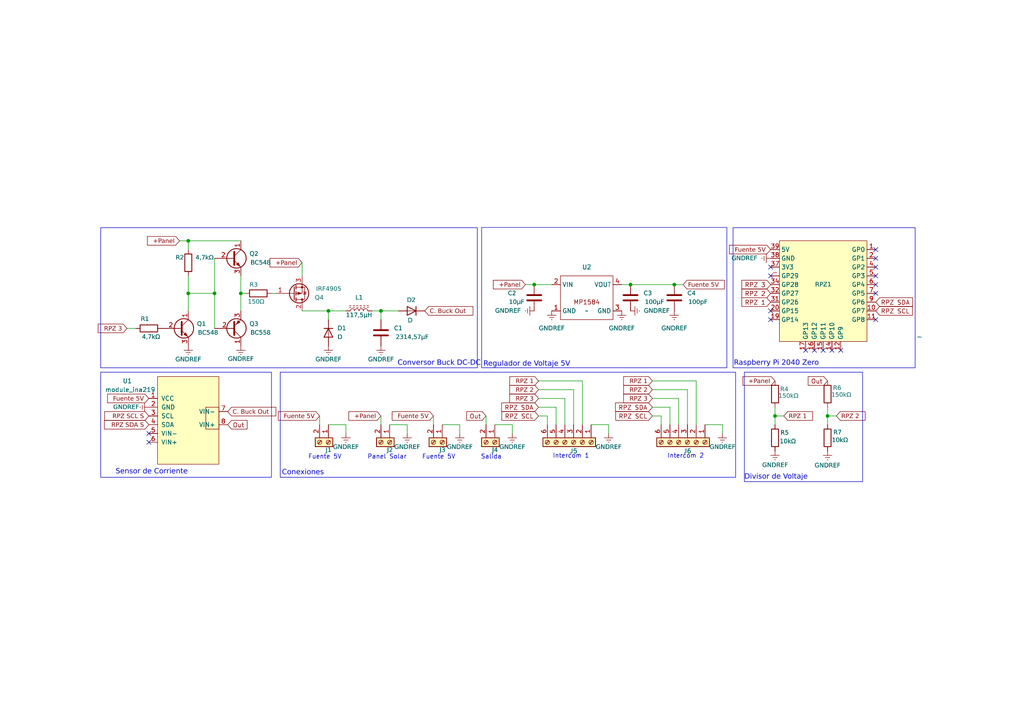
<source format=kicad_sch>
(kicad_sch (version 20231120) (generator "eeschema") (generator_version "8.0")
  (paper "A4")
  (title_block (title "MPPT") (date "05-10-2024") (company "IMPA - GraviCap"))
  (lib_symbols
    (symbol "Connector:Screw_Terminal_01x02" (pin_names (offset 1.016) hide)
      (property "Reference" "J" (at 0 2.54 0))
      (property "Value" "Screw_Terminal_01x02" (at 0 -5.08 0))
      (symbol "Screw_Terminal_01x02_1_1"
        (rectangle (start -1.27 1.27) (end 1.27 -3.81) (stroke (width 0.254)) (fill (type background)))
        (circle (center 0 -2.54) (radius 0.635) (stroke (width 0.1524)))
        (polyline (pts (xy -0.5334 -2.2098) (xy 0.3302 -3.048)) (stroke (width 0.1524)))
        (polyline (pts (xy -0.5334 0.3302) (xy 0.3302 -0.508)) (stroke (width 0.1524)))
        (polyline (pts (xy -0.3556 -2.032) (xy 0.508 -2.8702)) (stroke (width 0.1524)))
        (polyline (pts (xy -0.3556 0.508) (xy 0.508 -0.3302)) (stroke (width 0.1524)))
        (circle (center 0 0) (radius 0.635) (stroke (width 0.1524)))
        (pin passive line (at -5.08 0 0) (length 3.81) (name "Pin_1") (number "1"))
        (pin passive line (at -5.08 -2.54 0) (length 3.81) (name "Pin_2") (number "2"))
      )
    )
    (symbol "Connector:Screw_Terminal_01x06" (pin_names (offset 1.016) hide)
      (property "Reference" "J" (at 0 7.62 0))
      (property "Value" "Screw_Terminal_01x06" (at 0 -10.16 0))
      (symbol "Screw_Terminal_01x06_1_1"
        (rectangle (start -1.27 6.35) (end 1.27 -8.89) (stroke (width 0.254)) (fill (type background)))
        (circle (center 0 -7.62) (radius 0.635) (stroke (width 0.1524)))
        (circle (center 0 -5.08) (radius 0.635) (stroke (width 0.1524)))
        (circle (center 0 -2.54) (radius 0.635) (stroke (width 0.1524)))
        (polyline (pts (xy -0.5334 -7.2898) (xy 0.3302 -8.128)) (stroke (width 0.1524)))
        (polyline (pts (xy -0.5334 -4.7498) (xy 0.3302 -5.588)) (stroke (width 0.1524)))
        (polyline (pts (xy -0.5334 -2.2098) (xy 0.3302 -3.048)) (stroke (width 0.1524)))
        (polyline (pts (xy -0.5334 0.3302) (xy 0.3302 -0.508)) (stroke (width 0.1524)))
        (polyline (pts (xy -0.5334 2.8702) (xy 0.3302 2.032)) (stroke (width 0.1524)))
        (polyline (pts (xy -0.5334 5.4102) (xy 0.3302 4.572)) (stroke (width 0.1524)))
        (polyline (pts (xy -0.3556 -7.112) (xy 0.508 -7.9502)) (stroke (width 0.1524)))
        (polyline (pts (xy -0.3556 -4.572) (xy 0.508 -5.4102)) (stroke (width 0.1524)))
        (polyline (pts (xy -0.3556 -2.032) (xy 0.508 -2.8702)) (stroke (width 0.1524)))
        (polyline (pts (xy -0.3556 0.508) (xy 0.508 -0.3302)) (stroke (width 0.1524)))
        (polyline (pts (xy -0.3556 3.048) (xy 0.508 2.2098)) (stroke (width 0.1524)))
        (polyline (pts (xy -0.3556 5.588) (xy 0.508 4.7498)) (stroke (width 0.1524)))
        (circle (center 0 0) (radius 0.635) (stroke (width 0.1524)))
        (circle (center 0 2.54) (radius 0.635) (stroke (width 0.1524)))
        (circle (center 0 5.08) (radius 0.635) (stroke (width 0.1524)))
        (pin passive line (at -5.08 5.08 0) (length 3.81) (name "Pin_1") (number "1"))
        (pin passive line (at -5.08 2.54 0) (length 3.81) (name "Pin_2") (number "2"))
        (pin passive line (at -5.08 0 0) (length 3.81) (name "Pin_3") (number "3"))
        (pin passive line (at -5.08 -2.54 0) (length 3.81) (name "Pin_4") (number "4"))
        (pin passive line (at -5.08 -5.08 0) (length 3.81) (name "Pin_5") (number "5"))
        (pin passive line (at -5.08 -7.62 0) (length 3.81) (name "Pin_6") (number "6"))
      )
    )
    (symbol "Device:C" (pin_numbers hide) (pin_names (offset 0.254))
      (property "Reference" "C" (at 0.635 2.54 0))
      (property "Value" "C" (at 0.635 -2.54 0))
      (symbol "C_0_1"
        (polyline (pts (xy -2.032 -0.762) (xy 2.032 -0.762)) (stroke (width 0.508)))
        (polyline (pts (xy -2.032 0.762) (xy 2.032 0.762)) (stroke (width 0.508)))
      )
      (symbol "C_1_1"
        (pin passive line (at 0 3.81 270) (length 2.794) (name "~") (number "1"))
        (pin passive line (at 0 -3.81 90) (length 2.794) (name "~") (number "2"))
      )
    )
    (symbol "Device:D" (pin_numbers hide) (pin_names (offset 1.016) hide)
      (property "Reference" "D" (at 0 2.54 0))
      (property "Value" "D" (at 0 -2.54 0))
      (symbol "D_0_1"
        (polyline (pts (xy -1.27 1.27) (xy -1.27 -1.27)) (stroke (width 0.254)))
        (polyline (pts (xy 1.27 0) (xy -1.27 0)))
        (polyline (pts (xy 1.27 1.27) (xy 1.27 -1.27) (xy -1.27 0) (xy 1.27 1.27)) (stroke (width 0.254)))
      )
      (symbol "D_1_1"
        (pin passive line (at -3.81 0 0) (length 2.54) (name "K") (number "1"))
        (pin passive line (at 3.81 0 180) (length 2.54) (name "A") (number "2"))
      )
    )
    (symbol "Device:L_Ferrite" (pin_numbers hide) (pin_names (offset 1.016) hide)
      (property "Reference" "L" (at -1.27 0 90))
      (property "Value" "L_Ferrite" (at 2.794 0 90))
      (symbol "L_Ferrite_0_1"
        (arc (start 0 -2.54) (mid 0.6323 -1.905) (end 0 -1.27))
        (arc (start 0 -1.27) (mid 0.6323 -0.635) (end 0 0))
        (polyline (pts (xy 1.016 -2.794) (xy 1.016 -2.286)))
        (polyline (pts (xy 1.016 -1.778) (xy 1.016 -1.27)))
        (polyline (pts (xy 1.016 -0.762) (xy 1.016 -0.254)))
        (polyline (pts (xy 1.016 0.254) (xy 1.016 0.762)))
        (polyline (pts (xy 1.016 1.27) (xy 1.016 1.778)))
        (polyline (pts (xy 1.016 2.286) (xy 1.016 2.794)))
        (polyline (pts (xy 1.524 -2.286) (xy 1.524 -2.794)))
        (polyline (pts (xy 1.524 -1.27) (xy 1.524 -1.778)))
        (polyline (pts (xy 1.524 -0.254) (xy 1.524 -0.762)))
        (polyline (pts (xy 1.524 0.762) (xy 1.524 0.254)))
        (polyline (pts (xy 1.524 1.778) (xy 1.524 1.27)))
        (polyline (pts (xy 1.524 2.794) (xy 1.524 2.286)))
        (arc (start 0 0) (mid 0.6323 0.635) (end 0 1.27))
        (arc (start 0 1.27) (mid 0.6323 1.905) (end 0 2.54))
      )
      (symbol "L_Ferrite_1_1"
        (pin passive line (at 0 3.81 270) (length 1.27) (name "1") (number "1"))
        (pin passive line (at 0 -3.81 90) (length 1.27) (name "2") (number "2"))
      )
    )
    (symbol "Device:R" (pin_numbers hide) (pin_names (offset 0))
      (property "Reference" "R" (at 2.032 0 90))
      (property "Value" "R" (at 0 0 90))
      (symbol "R_0_1"
        (rectangle (start -1.016 -2.54) (end 1.016 2.54) (stroke (width 0.254)))
      )
      (symbol "R_1_1"
        (pin passive line (at 0 3.81 270) (length 1.27) (name "~") (number "1"))
        (pin passive line (at 0 -3.81 90) (length 1.27) (name "~") (number "2"))
      )
    )
    (symbol "Modulos Varios:module_ina219" (pin_names (offset 1.016))
      (property "Reference" "U3" (at -7.62 10.16 0))
      (property "Value" "module_ina219" (at -12.7 7.62 0))
      (symbol "module_ina219_0_1"
        (rectangle (start 2.54 11.43) (end 20.32 -13.97) (fill (type background)))
        (rectangle (start 20.32 2.54) (end 16.51 -3.81))
      )
      (symbol "module_ina219_1_1"
        (pin input line (at 0 5.08 0) (length 2.54) (name "VCC") (number "1"))
        (pin input line (at 0 2.54 0) (length 2.54) (name "GND") (number "2"))
        (pin input line (at 0 0 0) (length 2.54) (name "SCL") (number "3"))
        (pin input line (at 0 -2.54 0) (length 2.54) (name "SDA") (number "4"))
        (pin input line (at 0 -5.08 0) (length 2.54) (name "VIN-") (number "5"))
        (pin input line (at 0 -7.62 0) (length 2.54) (name "VIN+") (number "6"))
        (pin input line (at 22.86 1.27 180) (length 2.54) (name "VIN-") (number "7"))
        (pin input line (at 22.86 -2.54 180) (length 2.54) (name "VIN+") (number "8"))
      )
    )
    (symbol "Raspberry Pico RP2040-Zero:MP1584"
      (property "Reference" "U1" (at 0 12.7 0))
      (property "Value" "~" (at 0 0 0))
      (symbol "MP1584_0_1"
        (rectangle (start -7.62 10.16) (end 7.62 -2.54))
      )
      (symbol "MP1584_1_1"
        (text "MP1584\n" (at 0 2.54 0) (effects (font (size 1.27 1.27))))
        (pin input line (at -10.16 0 0) (length 2.54) (name "GND") (number "1"))
        (pin input line (at -10.16 7.62 0) (length 2.54) (name "VIN") (number "2"))
        (pin output line (at 10.16 0 180) (length 2.54) (name "GND") (number "3"))
        (pin output line (at 10.16 7.62 180) (length 2.54) (name "VOUT") (number "4"))
      )
    )
    (symbol "Raspberry Pico RP2040-Zero:RP2040-Zero"
      (property "Reference" "RPZ1" (at 0 2.54 0))
      (property "Value" "~" (at 27.94 -12.7 0))
      (symbol "RP2040-Zero_0_1"
        (rectangle (start -12.7 15.24) (end 12.7 -13.97) (fill (type background)))
      )
      (symbol "RP2040-Zero_1_1"
        (pin bidirectional line (at -15.24 5.08 0) (length 2.54) (name "GP29") (number "-"))
        (pin bidirectional line (at 15.24 12.7 180) (length 2.54) (name "GP0") (number "1"))
        (pin bidirectional line (at 15.24 -5.08 180) (length 2.54) (name "GP7") (number "10"))
        (pin bidirectional line (at 15.24 -7.62 180) (length 2.54) (name "GP8") (number "11"))
        (pin bidirectional line (at 5.08 -16.51 90) (length 2.54) (name "GP9") (number "12"))
        (pin bidirectional line (at 2.54 -16.51 90) (length 2.54) (name "GP10") (number "14"))
        (pin bidirectional line (at 0 -16.51 90) (length 2.54) (name "GP11") (number "15"))
        (pin bidirectional line (at -2.54 -16.51 90) (length 2.54) (name "GP12") (number "16"))
        (pin bidirectional line (at -5.08 -16.51 90) (length 2.54) (name "GP13") (number "17"))
        (pin bidirectional line (at -15.24 -7.62 0) (length 2.54) (name "GP14") (number "19"))
        (pin bidirectional line (at 15.24 10.16 180) (length 2.54) (name "GP1") (number "2"))
        (pin bidirectional line (at -15.24 -5.08 0) (length 2.54) (name "GP15") (number "20"))
        (pin bidirectional line (at -15.24 -2.54 0) (length 2.54) (name "GP26") (number "31"))
        (pin bidirectional line (at -15.24 0 0) (length 2.54) (name "GP27") (number "32"))
        (pin bidirectional line (at -15.24 2.54 0) (length 2.54) (name "GP28") (number "34"))
        (pin power_in line (at -15.24 7.62 0) (length 2.54) (name "3V3") (number "37"))
        (pin power_in line (at -15.24 10.16 0) (length 2.54) (name "GND") (number "38"))
        (pin power_in line (at -15.24 12.7 0) (length 2.54) (name "5V") (number "39"))
        (pin bidirectional line (at 15.24 7.62 180) (length 2.54) (name "GP2") (number "4"))
        (pin bidirectional line (at 15.24 5.08 180) (length 2.54) (name "GP3") (number "5"))
        (pin bidirectional line (at 15.24 2.54 180) (length 2.54) (name "GP4") (number "6"))
        (pin bidirectional line (at 15.24 0 180) (length 2.54) (name "GP5") (number "7"))
        (pin bidirectional line (at 15.24 -2.54 180) (length 2.54) (name "GP6") (number "9"))
      )
    )
    (symbol "Transistor_BJT:BC548" (pin_names (offset 0) hide)
      (property "Reference" "Q" (at 5.08 1.905 0))
      (property "Value" "BC548" (at 5.08 0 0))
      (symbol "BC548_0_1"
        (polyline (pts (xy 0 0) (xy 0.635 0)))
        (polyline (pts (xy 0.635 0.635) (xy 2.54 2.54)))
        (polyline (pts (xy 0.635 -0.635) (xy 2.54 -2.54) (xy 2.54 -2.54)))
        (polyline (pts (xy 0.635 1.905) (xy 0.635 -1.905) (xy 0.635 -1.905)) (stroke (width 0.508)))
        (polyline (pts (xy 1.27 -1.778) (xy 1.778 -1.27) (xy 2.286 -2.286) (xy 1.27 -1.778) (xy 1.27 -1.778)) (fill (type outline)))
        (circle (center 1.27 0) (radius 2.8194) (stroke (width 0.254)))
      )
      (symbol "BC548_1_1"
        (pin passive line (at 2.54 5.08 270) (length 2.54) (name "C") (number "1"))
        (pin input line (at -5.08 0 0) (length 5.08) (name "B") (number "2"))
        (pin passive line (at 2.54 -5.08 90) (length 2.54) (name "E") (number "3"))
      )
    )
    (symbol "Transistor_BJT:BC558" (pin_names (offset 0) hide)
      (property "Reference" "Q" (at 5.08 1.905 0))
      (property "Value" "BC558" (at 5.08 0 0))
      (symbol "BC558_0_1"
        (polyline (pts (xy 0.635 0.635) (xy 2.54 2.54)))
        (polyline (pts (xy 0.635 -0.635) (xy 2.54 -2.54) (xy 2.54 -2.54)))
        (polyline (pts (xy 0.635 1.905) (xy 0.635 -1.905) (xy 0.635 -1.905)) (stroke (width 0.508)))
        (polyline (pts (xy 2.286 -1.778) (xy 1.778 -2.286) (xy 1.27 -1.27) (xy 2.286 -1.778) (xy 2.286 -1.778)) (fill (type outline)))
        (circle (center 1.27 0) (radius 2.8194) (stroke (width 0.254)))
      )
      (symbol "BC558_1_1"
        (pin passive line (at 2.54 5.08 270) (length 2.54) (name "C") (number "1"))
        (pin input line (at -5.08 0 0) (length 5.715) (name "B") (number "2"))
        (pin passive line (at 2.54 -5.08 90) (length 2.54) (name "E") (number "3"))
      )
    )
    (symbol "Transistor_FET:IRF4905" (pin_names hide)
      (property "Reference" "Q" (at 5.08 1.905 0))
      (property "Value" "IRF4905" (at 5.08 0 0))
      (symbol "IRF4905_0_1"
        (polyline (pts (xy 0.254 0) (xy -2.54 0)))
        (polyline (pts (xy 0.254 1.905) (xy 0.254 -1.905)) (stroke (width 0.254)))
        (polyline (pts (xy 0.762 -1.27) (xy 0.762 -2.286)) (stroke (width 0.254)))
        (polyline (pts (xy 0.762 0.508) (xy 0.762 -0.508)) (stroke (width 0.254)))
        (polyline (pts (xy 0.762 2.286) (xy 0.762 1.27)) (stroke (width 0.254)))
        (polyline (pts (xy 2.54 2.54) (xy 2.54 1.778)))
        (polyline (pts (xy 2.54 -2.54) (xy 2.54 0) (xy 0.762 0)))
        (polyline (pts (xy 0.762 1.778) (xy 3.302 1.778) (xy 3.302 -1.778) (xy 0.762 -1.778)))
        (polyline (pts (xy 2.286 0) (xy 1.27 0.381) (xy 1.27 -0.381) (xy 2.286 0)) (fill (type outline)))
        (polyline (pts (xy 2.794 -0.508) (xy 2.921 -0.381) (xy 3.683 -0.381) (xy 3.81 -0.254)))
        (polyline (pts (xy 3.302 -0.381) (xy 2.921 0.254) (xy 3.683 0.254) (xy 3.302 -0.381)))
        (circle (center 1.651 0) (radius 2.794) (stroke (width 0.254)))
        (circle (center 2.54 -1.778) (radius 0.254) (fill (type outline)))
        (circle (center 2.54 1.778) (radius 0.254) (fill (type outline)))
      )
      (symbol "IRF4905_1_1"
        (pin input line (at -5.08 0 0) (length 2.54) (name "G") (number "1"))
        (pin passive line (at 2.54 5.08 270) (length 2.54) (name "D") (number "2"))
        (pin passive line (at 2.54 -5.08 90) (length 2.54) (name "S") (number "3"))
      )
    )
    (symbol "power:GNDREF" (power) (pin_names (offset 0))
      (property "Value" "GNDREF" (at 0 -3.81 0))
      (symbol "GNDREF_0_1"
        (polyline (pts (xy -0.635 -1.905) (xy 0.635 -1.905)))
        (polyline (pts (xy -0.127 -2.54) (xy 0.127 -2.54)))
        (polyline (pts (xy 0 -1.27) (xy 0 0)))
        (polyline (pts (xy 1.27 -1.27) (xy -1.27 -1.27)))
      )
      (symbol "GNDREF_1_1"
        (pin power_in line (at 0 0 270) (length 0) hide (name "GNDREF") (number "1"))
      )
    )
  )
  (junction (at 95.25 90.17))
  (junction (at 224.79 120.65))
  (junction (at 182.88 82.55))
  (junction (at 195.58 82.55))
  (junction (at 69.85 85.09))
  (junction (at 62.23 85.09))
  (junction (at 240.03 120.65))
  (junction (at 110.49 90.17))
  (junction (at 154.94 82.55))
  (junction (at 54.61 85.09))
  (junction (at 54.61 69.85))
  (no_connect (at 254 72.39))
  (no_connect (at 254 82.55))
  (no_connect (at 223.52 80.01))
  (no_connect (at 241.3 101.6))
  (no_connect (at 254 74.93))
  (no_connect (at 223.52 90.17))
  (no_connect (at 254 92.71))
  (no_connect (at 223.52 92.71))
  (no_connect (at 43.18 128.27))
  (no_connect (at 243.84 101.6))
  (no_connect (at 254 85.09))
  (no_connect (at 254 77.47))
  (no_connect (at 43.18 125.73))
  (no_connect (at 236.22 101.6))
  (no_connect (at 238.76 101.6))
  (no_connect (at 254 80.01))
  (no_connect (at 233.68 101.6))
  (no_connect (at 223.52 77.47))
  (wire (pts (xy 166.37 113.03) (xy 166.37 123.19)))
  (wire (pts (xy 189.23 110.49) (xy 201.93 110.49)))
  (wire (pts (xy 54.61 85.09) (xy 54.61 90.17)))
  (wire (pts (xy 195.58 82.55) (xy 198.12 82.55)))
  (wire (pts (xy 168.91 110.49) (xy 168.91 123.19)))
  (wire (pts (xy 62.23 85.09) (xy 62.23 95.25)))
  (wire (pts (xy 154.94 82.55) (xy 160.02 82.55)))
  (wire (pts (xy 240.03 118.11) (xy 240.03 120.65)))
  (wire (pts (xy 189.23 120.65) (xy 191.77 120.65)))
  (wire (pts (xy 194.31 118.11) (xy 194.31 123.19)))
  (wire (pts (xy 36.83 95.25) (xy 39.37 95.25)))
  (wire (pts (xy 240.03 120.65) (xy 242.57 120.65)))
  (wire (pts (xy 176.53 123.19) (xy 176.53 125.73)))
  (wire (pts (xy 110.49 120.65) (xy 110.49 123.19)))
  (wire (pts (xy 156.21 110.49) (xy 168.91 110.49)))
  (wire (pts (xy 224.79 120.65) (xy 224.79 123.19)))
  (wire (pts (xy 224.79 120.65) (xy 227.33 120.65)))
  (wire (pts (xy 148.59 123.19) (xy 143.51 123.19)))
  (wire (pts (xy 100.33 125.73) (xy 100.33 123.19)))
  (wire (pts (xy 92.71 120.65) (xy 92.71 123.19)))
  (wire (pts (xy 224.79 118.11) (xy 224.79 120.65)))
  (wire (pts (xy 87.63 76.2) (xy 87.63 80.01)))
  (wire (pts (xy 156.21 113.03) (xy 166.37 113.03)))
  (wire (pts (xy 69.85 85.09) (xy 71.12 85.09)))
  (wire (pts (xy 87.63 90.17) (xy 95.25 90.17)))
  (wire (pts (xy 95.25 123.19) (xy 100.33 123.19)))
  (wire (pts (xy 209.55 123.19) (xy 209.55 125.73)))
  (wire (pts (xy 180.34 82.55) (xy 182.88 82.55)))
  (wire (pts (xy 196.85 115.57) (xy 196.85 123.19)))
  (wire (pts (xy 148.59 125.73) (xy 148.59 123.19)))
  (wire (pts (xy 69.85 85.09) (xy 69.85 90.17)))
  (wire (pts (xy 161.29 118.11) (xy 161.29 123.19)))
  (wire (pts (xy 125.73 120.65) (xy 125.73 123.19)))
  (wire (pts (xy 110.49 90.17) (xy 115.57 90.17)))
  (wire (pts (xy 118.11 123.19) (xy 113.03 123.19)))
  (wire (pts (xy 191.77 120.65) (xy 191.77 123.19)))
  (wire (pts (xy 52.07 69.85) (xy 54.61 69.85)))
  (wire (pts (xy 189.23 118.11) (xy 194.31 118.11)))
  (wire (pts (xy 156.21 118.11) (xy 161.29 118.11)))
  (wire (pts (xy 110.49 92.71) (xy 110.49 90.17)))
  (wire (pts (xy 80.01 85.09) (xy 78.74 85.09)))
  (wire (pts (xy 201.93 110.49) (xy 201.93 123.19)))
  (wire (pts (xy 189.23 115.57) (xy 196.85 115.57)))
  (wire (pts (xy 163.83 115.57) (xy 163.83 123.19)))
  (wire (pts (xy 189.23 113.03) (xy 199.39 113.03)))
  (wire (pts (xy 69.85 80.01) (xy 69.85 85.09)))
  (wire (pts (xy 62.23 74.93) (xy 62.23 85.09)))
  (wire (pts (xy 54.61 69.85) (xy 54.61 72.39)))
  (wire (pts (xy 171.45 123.19) (xy 176.53 123.19)))
  (wire (pts (xy 156.21 120.65) (xy 158.75 120.65)))
  (wire (pts (xy 156.21 115.57) (xy 163.83 115.57)))
  (wire (pts (xy 128.27 123.19) (xy 133.35 123.19)))
  (wire (pts (xy 54.61 69.85) (xy 69.85 69.85)))
  (wire (pts (xy 140.97 120.65) (xy 140.97 123.19)))
  (wire (pts (xy 240.03 120.65) (xy 240.03 123.19)))
  (wire (pts (xy 95.25 90.17) (xy 95.25 92.71)))
  (wire (pts (xy 133.35 125.73) (xy 133.35 123.19)))
  (wire (pts (xy 152.4 82.55) (xy 154.94 82.55)))
  (wire (pts (xy 54.61 80.01) (xy 54.61 85.09)))
  (wire (pts (xy 62.23 85.09) (xy 54.61 85.09)))
  (wire (pts (xy 95.25 90.17) (xy 100.33 90.17)))
  (wire (pts (xy 182.88 82.55) (xy 195.58 82.55)))
  (wire (pts (xy 199.39 113.03) (xy 199.39 123.19)))
  (wire (pts (xy 107.95 90.17) (xy 110.49 90.17)))
  (wire (pts (xy 118.11 125.73) (xy 118.11 123.19)))
  (wire (pts (xy 204.47 123.19) (xy 209.55 123.19)))
  (wire (pts (xy 158.75 120.65) (xy 158.75 123.19)))
  (rectangle (start 212.62 66.04) (end 265.43 106.68))
  (rectangle (start 29.21 66.04) (end 138.43 106.68))
  (rectangle (start 81.28 107.95) (end 213.36 138.43))
  (rectangle (start 29.21 107.95) (end 78.74 138.43))
  (rectangle (start 215.9 107.95) (end 250.19 139.7))
  (rectangle (start 139.7 65.97) (end 210.82 106.67))
  (text "Conversor Buck DC-DC" (at 115.316 106.68 0) (effects (font (size 1.5 1.5)) (justify left bottom)))
  (text "Regulador de Voltaje 5V" (at 140.208 106.934 0) (effects (font (size 1.5 1.5)) (justify left bottom)))
  (text "Raspberry Pi 2040 Zero\n" (at 212.852 106.68 0) (effects (font (size 1.5 1.5)) (justify left bottom)))
  (text "Intercom 1" (at 165.608 132.334 0) (effects (font (size 1.27 1.27))))
  (text "Salida" (at 142.494 132.588 0) (effects (font (size 1.27 1.27))))
  (text "Fuente 5V\n" (at 94.234 132.588 0) (effects (font (size 1.27 1.27))))
  (text "Conexiones" (at 81.788 138.43 0) (effects (font (size 1.5 1.5)) (justify left bottom)))
  (text "Divisor de Voltaje\n" (at 215.9 139.7 0) (effects (font (size 1.5 1.5)) (justify left bottom)))
  (text "Intercom 2" (at 198.882 132.334 0) (effects (font (size 1.27 1.27))))
  (text "Fuente 5V\n" (at 127.254 132.588 0) (effects (font (size 1.27 1.27))))
  (text "Panel Solar\n" (at 112.268 132.588 0) (effects (font (size 1.27 1.27))))
  (text "Sensor de Corriente\n" (at 33.528 138.176 0) (effects (font (size 1.5 1.5)) (justify left bottom)))
  (global_label "C. Buck Out" (shape input) (at 123.19 90.17 0) (property "Intersheetrefs" "${INTERSHEET_REFS}" (effects (hide yes))))
  (global_label "RPZ 3" (shape input) (at 223.52 82.55 180) (property "Intersheetrefs" "${INTERSHEET_REFS}" (effects (hide yes))))
  (global_label "C. Buck Out" (shape input) (at 66.04 119.38 0) (property "Intersheetrefs" "${INTERSHEET_REFS}" (effects (hide yes))))
  (global_label "RPZ 2" (shape input) (at 189.23 113.03 180) (property "Intersheetrefs" "${INTERSHEET_REFS}" (effects (hide yes))))
  (global_label "Fuente 5V" (shape input) (at 198.12 82.55 0) (property "Intersheetrefs" "${INTERSHEET_REFS}" (effects (hide yes))))
  (global_label "+Panel" (shape input) (at 87.63 76.2 180) (property "Intersheetrefs" "${INTERSHEET_REFS}" (effects (hide yes))))
  (global_label "RPZ SDA S" (shape input) (at 43.18 123.19 180) (property "Intersheetrefs" "${INTERSHEET_REFS}" (effects (hide yes))))
  (global_label "RPZ SDA" (shape input) (at 189.23 118.11 180) (property "Intersheetrefs" "${INTERSHEET_REFS}" (effects (hide yes))))
  (global_label "Out" (shape input) (at 240.03 110.49 180) (property "Intersheetrefs" "${INTERSHEET_REFS}" (effects (hide yes))))
  (global_label "RPZ SCL S" (shape input) (at 43.18 120.65 180) (property "Intersheetrefs" "${INTERSHEET_REFS}" (effects (hide yes))))
  (global_label "RPZ SDA" (shape input) (at 156.21 118.11 180) (property "Intersheetrefs" "${INTERSHEET_REFS}" (effects (hide yes))))
  (global_label "RPZ SDA" (shape input) (at 254 87.63 0) (property "Intersheetrefs" "${INTERSHEET_REFS}" (effects (hide yes))))
  (global_label "RPZ SCL" (shape input) (at 156.21 120.65 180) (property "Intersheetrefs" "${INTERSHEET_REFS}" (effects (hide yes))))
  (global_label "Fuente 5V" (shape input) (at 125.73 120.65 180) (property "Intersheetrefs" "${INTERSHEET_REFS}" (effects (hide yes))))
  (global_label "RPZ SCL" (shape input) (at 189.23 120.65 180) (property "Intersheetrefs" "${INTERSHEET_REFS}" (effects (hide yes))))
  (global_label "Fuente 5V" (shape input) (at 92.71 120.65 180) (property "Intersheetrefs" "${INTERSHEET_REFS}" (effects (hide yes))))
  (global_label "RPZ 2" (shape input) (at 242.57 120.65 0) (property "Intersheetrefs" "${INTERSHEET_REFS}" (effects (hide yes))))
  (global_label "+Panel" (shape input) (at 224.79 110.49 180) (property "Intersheetrefs" "${INTERSHEET_REFS}" (effects (hide yes))))
  (global_label "RPZ 2" (shape input) (at 223.52 85.09 180) (property "Intersheetrefs" "${INTERSHEET_REFS}" (effects (hide yes))))
  (global_label "+Panel" (shape input) (at 52.07 69.85 180) (property "Intersheetrefs" "${INTERSHEET_REFS}" (effects (hide yes))))
  (global_label "Fuente 5V" (shape input) (at 43.18 115.57 180) (property "Intersheetrefs" "${INTERSHEET_REFS}" (effects (hide yes))))
  (global_label "RPZ 1" (shape input) (at 189.23 110.49 180) (property "Intersheetrefs" "${INTERSHEET_REFS}" (effects (hide yes))))
  (global_label "Out" (shape input) (at 140.97 120.65 180) (property "Intersheetrefs" "${INTERSHEET_REFS}" (effects (hide yes))))
  (global_label "Fuente 5V" (shape input) (at 223.52 72.39 180) (property "Intersheetrefs" "${INTERSHEET_REFS}" (effects (hide yes))))
  (global_label "RPZ 3" (shape input) (at 36.83 95.25 180) (property "Intersheetrefs" "${INTERSHEET_REFS}" (effects (hide yes))))
  (global_label "RPZ 1" (shape input) (at 227.33 120.65 0) (property "Intersheetrefs" "${INTERSHEET_REFS}" (effects (hide yes))))
  (global_label "+Panel" (shape input) (at 110.49 120.65 180) (property "Intersheetrefs" "${INTERSHEET_REFS}" (effects (hide yes))))
  (global_label "RPZ SCL" (shape input) (at 254 90.17 0) (property "Intersheetrefs" "${INTERSHEET_REFS}" (effects (hide yes))))
  (global_label "RPZ 2" (shape input) (at 156.21 113.03 180) (property "Intersheetrefs" "${INTERSHEET_REFS}" (effects (hide yes))))
  (global_label "Out" (shape input) (at 66.04 123.19 0) (property "Intersheetrefs" "${INTERSHEET_REFS}" (effects (hide yes))))
  (global_label "RPZ 3" (shape input) (at 189.23 115.57 180) (property "Intersheetrefs" "${INTERSHEET_REFS}" (effects (hide yes))))
  (global_label "RPZ 1" (shape input) (at 223.52 87.63 180) (property "Intersheetrefs" "${INTERSHEET_REFS}" (effects (hide yes))))
  (global_label "RPZ 3" (shape input) (at 156.21 115.57 180) (property "Intersheetrefs" "${INTERSHEET_REFS}" (effects (hide yes))))
  (global_label "RPZ 1" (shape input) (at 156.21 110.49 180) (property "Intersheetrefs" "${INTERSHEET_REFS}" (effects (hide yes))))
  (global_label "+Panel" (shape input) (at 152.4 82.55 180) (property "Intersheetrefs" "${INTERSHEET_REFS}" (effects (hide yes))))
  (symbol (lib_id "Device:R") (at 240.03 114.3 0) (mirror y) (unit 1)
    (property "Reference" "R6" (at 242.81 112.54 0))
    (property "Value" "150kΩ" (at 244.01 114.54 0))
    (property "Footprint" "Resistor_THT:R_Axial_DIN0204_L3.6mm_D1.6mm_P7.62mm_Horizontal" (effects (hide yes)))
  )
  (symbol (lib_id "power:GNDREF") (at 195.58 90.17 0) (unit 1)
    (property "Reference" "#PWR015" (effects (hide yes)))
    (property "Value" "GNDREF" (at 195.58 95.25 0))
  )
  (symbol (lib_id "Device:C") (at 154.94 86.36 0) (unit 1)
    (property "Reference" "C2" (at 147.32 85.09 0) (effects (justify left)))
    (property "Value" "10µF" (at 147.32 87.63 0) (effects (justify left)))
    (property "Footprint" "Capacitor_THT:CP_Radial_D4.0mm_P2.00mm" (effects (hide yes)))
  )
  (symbol (lib_id "power:GNDREF") (at 180.34 90.17 0) (unit 1)
    (property "Reference" "#PWR013" (effects (hide yes)))
    (property "Value" "GNDREF" (at 180.34 95.25 0))
  )
  (symbol (lib_id "power:GNDREF") (at 176.53 125.73 0) (unit 1)
    (property "Reference" "#PWR012" (effects (hide yes)))
    (property "Value" "GNDREF" (at 176.53 129.67 0))
  )
  (symbol (lib_id "Connector:Screw_Terminal_01x02") (at 95.25 128.27 270) (unit 1)
    (property "Reference" "J1" (at 94.488 130.556 90) (effects (justify left)))
    (property "Value" "Screw_Terminal_01x02" (effects (hide yes)))
    (property "Footprint" "TerminalBlock:TerminalBlock_bornier-2_P5.08mm" (effects (hide yes)))
  )
  (symbol (lib_id "power:GNDREF") (at 54.61 100.33 0) (unit 1)
    (property "Reference" "#PWR02" (effects (hide yes)))
    (property "Value" "GNDREF" (at 54.61 104.27 0))
  )
  (symbol (lib_id "Connector:Screw_Terminal_01x06") (at 166.37 128.27 270) (unit 1)
    (property "Reference" "J5" (at 166.37 130.81 90))
    (property "Value" "Screw_Terminal_01x06" (effects (hide yes)))
    (property "Footprint" "TerminalBlock:TerminalBlock_bornier-6_P5.08mm" (effects (hide yes)))
  )
  (symbol (lib_id "power:GNDREF") (at 223.52 74.93 270) (unit 1)
    (property "Reference" "#PWR017" (effects (hide yes)))
    (property "Value" "GNDREF" (at 219.71 74.93 90) (effects (justify right)))
  )
  (symbol (lib_id "power:GNDREF") (at 240.03 130.81 0) (unit 1)
    (property "Reference" "#PWR019" (effects (hide yes)))
    (property "Value" "GNDREF" (at 240.01 135.03 0))
  )
  (symbol (lib_id "Transistor_BJT:BC548") (at 52.07 95.25 0) (unit 1)
    (property "Reference" "Q1" (at 57.15 93.98 0) (effects (justify left)))
    (property "Value" "BC548" (at 57.15 96.52 0) (effects (justify left)))
    (property "Footprint" "Package_TO_SOT_THT:TO-92_Inline" (effects (hide yes)))
    (property "Datasheet" "https://www.onsemi.com/pub/Collateral/BC550-D.pdf" (effects (hide yes)))
  )
  (symbol (lib_id "power:GNDREF") (at 182.88 90.17 90) (unit 1)
    (property "Reference" "#PWR014" (effects (hide yes)))
    (property "Value" "GNDREF" (at 186.69 90.17 90) (effects (justify right)))
  )
  (symbol (lib_id "Modulos Varios:module_ina219") (at 43.18 120.65 0) (unit 1)
    (property "Reference" "U1" (at 35.56 110.49 0) (effects (justify left)))
    (property "Value" "module_ina219" (at 30.48 113.03 0) (effects (justify left)))
    (property "Footprint" "GraviCap:INA_219" (effects (hide yes)))
  )
  (symbol (lib_id "Raspberry Pico RP2040-Zero:MP1584") (at 170.18 90.17 0) (unit 1)
    (property "Reference" "U2" (at 170.18 77.47 0))
    (property "Value" "~" (at 170.18 90.17 0))
    (property "Footprint" "GraviCap:MP1584" (effects (hide yes)))
  )
  (symbol (lib_id "Connector:Screw_Terminal_01x02") (at 143.51 128.27 270) (unit 1)
    (property "Reference" "J4" (at 142.748 130.556 90) (effects (justify left)))
    (property "Value" "Screw_Terminal_01x02" (effects (hide yes)))
    (property "Footprint" "TerminalBlock:TerminalBlock_bornier-2_P5.08mm" (effects (hide yes)))
  )
  (symbol (lib_id "power:GNDREF") (at 133.35 125.73 0) (unit 1)
    (property "Reference" "#PWR08" (effects (hide yes)))
    (property "Value" "GNDREF" (at 133.35 129.67 0))
  )
  (symbol (lib_id "Device:R") (at 74.93 85.09 270) (mirror x) (unit 1)
    (property "Reference" "R3" (at 73.58 82.64 90))
    (property "Value" "150Ω" (at 74.28 87.54 90))
    (property "Footprint" "Resistor_THT:R_Axial_DIN0204_L3.6mm_D1.6mm_P7.62mm_Horizontal" (effects (hide yes)))
  )
  (symbol (lib_id "power:GNDREF") (at 160.02 90.17 0) (unit 1)
    (property "Reference" "#PWR011" (effects (hide yes)))
    (property "Value" "GNDREF" (at 160.02 95.25 0))
  )
  (symbol (lib_id "Device:L_Ferrite") (at 104.14 90.17 90) (unit 1)
    (property "Reference" "L1" (at 104.14 86.36 90))
    (property "Value" "117,5µH" (at 104.14 91.44 90))
    (property "Footprint" "Inductor_THT:L_Toroid_Horizontal_D41.9mm_P37.60mm_Vishay_TJ7" (effects (hide yes)))
  )
  (symbol (lib_id "Device:R") (at 240.03 127 0) (mirror y) (unit 1)
    (property "Reference" "R7" (at 242.91 125.44 0))
    (property "Value" "10kΩ" (at 243.61 127.68 0))
    (property "Footprint" "Resistor_THT:R_Axial_DIN0204_L3.6mm_D1.6mm_P7.62mm_Horizontal" (effects (hide yes)))
  )
  (symbol (lib_id "Device:D") (at 95.25 96.52 90) (mirror x) (unit 1)
    (property "Reference" "D1" (at 97.87 95.25 90) (effects (justify right)))
    (property "Value" "D" (at 97.87 97.79 90) (effects (justify right)))
    (property "Footprint" "Package_TO_SOT_THT:TO-220-3_Vertical" (effects (hide yes)))
    (property "Sim.Device" "D" (effects (hide yes)))
    (property "Sim.Pins" "1=K 2=A" (effects (hide yes)))
  )
  (symbol (lib_id "Device:R") (at 224.79 114.3 0) (mirror y) (unit 1)
    (property "Reference" "R4" (at 227.48 112.94 0))
    (property "Value" "150kΩ" (at 228.68 114.84 0))
    (property "Footprint" "Resistor_THT:R_Axial_DIN0204_L3.6mm_D1.6mm_P7.62mm_Horizontal" (effects (hide yes)))
  )
  (symbol (lib_id "power:GNDREF") (at 43.18 118.11 270) (unit 1)
    (property "Reference" "#PWR01" (effects (hide yes)))
    (property "Value" "GNDREF" (at 36.576 118.11 90))
  )
  (symbol (lib_id "Connector:Screw_Terminal_01x02") (at 113.03 128.27 270) (unit 1)
    (property "Reference" "J2" (at 112.268 130.556 90) (effects (justify left)))
    (property "Value" "Screw_Terminal_01x02" (effects (hide yes)))
    (property "Footprint" "TerminalBlock:TerminalBlock_bornier-2_P5.08mm" (effects (hide yes)))
  )
  (symbol (lib_id "power:GNDREF") (at 69.85 100.33 0) (unit 1)
    (property "Reference" "#PWR03" (effects (hide yes)))
    (property "Value" "GNDREF" (at 69.85 104.14 0))
  )
  (symbol (lib_id "power:GNDREF") (at 100.33 125.73 0) (unit 1)
    (property "Reference" "#PWR05" (effects (hide yes)))
    (property "Value" "GNDREF" (at 100.33 129.67 0))
  )
  (symbol (lib_id "Device:R") (at 43.18 95.25 270) (unit 1)
    (property "Reference" "R1" (at 40.84 92.54 90) (effects (justify left)))
    (property "Value" "4,7kΩ" (at 40.94 97.74 90) (effects (justify left)))
    (property "Footprint" "Resistor_THT:R_Axial_DIN0204_L3.6mm_D1.6mm_P7.62mm_Horizontal" (effects (hide yes)))
  )
  (symbol (lib_id "Connector:Screw_Terminal_01x02") (at 128.27 128.27 270) (unit 1)
    (property "Reference" "J3" (at 127.508 130.556 90) (effects (justify left)))
    (property "Value" "Screw_Terminal_01x02" (effects (hide yes)))
    (property "Footprint" "TerminalBlock:TerminalBlock_bornier-2_P5.08mm" (effects (hide yes)))
  )
  (symbol (lib_id "power:GNDREF") (at 95.25 100.33 0) (unit 1)
    (property "Reference" "#PWR04" (effects (hide yes)))
    (property "Value" "GNDREF" (at 95.25 104.27 0))
  )
  (symbol (lib_id "Device:C") (at 182.88 86.36 0) (unit 1)
    (property "Reference" "C3" (at 186.69 85.09 0) (effects (justify left)))
    (property "Value" "100µF" (at 186.69 87.63 0) (effects (justify left)))
    (property "Footprint" "Capacitor_THT:CP_Radial_D6.3mm_P2.50mm" (effects (hide yes)))
  )
  (symbol (lib_id "power:GNDREF") (at 154.94 90.17 270) (unit 1)
    (property "Reference" "#PWR010" (effects (hide yes)))
    (property "Value" "GNDREF" (at 151.13 90.17 90) (effects (justify right)))
  )
  (symbol (lib_id "power:GNDREF") (at 209.55 125.73 0) (unit 1)
    (property "Reference" "#PWR016" (effects (hide yes)))
    (property "Value" "GNDREF" (at 209.55 129.67 0))
  )
  (symbol (lib_id "power:GNDREF") (at 148.59 125.73 0) (unit 1)
    (property "Reference" "#PWR09" (effects (hide yes)))
    (property "Value" "GNDREF" (at 148.59 129.67 0))
  )
  (symbol (lib_id "Transistor_BJT:BC558") (at 67.31 95.25 0) (mirror x) (unit 1)
    (property "Reference" "Q3" (at 72.39 93.98 0) (effects (justify left)))
    (property "Value" "BC558" (at 72.39 96.52 0) (effects (justify left)))
    (property "Footprint" "Package_TO_SOT_THT:TO-92_Inline" (effects (hide yes)))
    (property "Datasheet" "https://www.onsemi.com/pub/Collateral/BC556BTA-D.pdf" (effects (hide yes)))
  )
  (symbol (lib_id "Device:D") (at 119.38 90.17 0) (mirror y) (unit 1)
    (property "Reference" "D2" (at 119.27 87.07 0))
    (property "Value" "D" (at 118.97 92.97 0))
    (property "Footprint" "Package_TO_SOT_THT:TO-220-3_Vertical" (effects (hide yes)))
    (property "Sim.Device" "D" (effects (hide yes)))
    (property "Sim.Pins" "1=K 2=A" (effects (hide yes)))
  )
  (symbol (lib_id "Raspberry Pico RP2040-Zero:RP2040-Zero") (at 238.76 85.09 0) (unit 1)
    (property "Reference" "RPZ1" (at 238.76 82.55 0))
    (property "Value" "~" (at 266.7 97.79 0))
    (property "Footprint" "GraviCap:RP2040 Zero" (effects (hide yes)))
  )
  (symbol (lib_id "Device:C") (at 110.49 96.52 0) (unit 1)
    (property "Reference" "C1" (at 114.3 95.25 0) (effects (justify left)))
    (property "Value" "2314,57µF" (at 114.3 97.7899 0) (effects (justify left)))
    (property "Footprint" "Capacitor_THT:CP_Radial_D18.0mm_P7.50mm" (effects (hide yes)))
  )
  (symbol (lib_id "Device:R") (at 224.79 127 0) (mirror y) (unit 1)
    (property "Reference" "R5" (at 227.58 125.54 0))
    (property "Value" "10kΩ" (at 228.48 128.04 0))
    (property "Footprint" "Resistor_THT:R_Axial_DIN0204_L3.6mm_D1.6mm_P7.62mm_Horizontal" (effects (hide yes)))
  )
  (symbol (lib_id "power:GNDREF") (at 110.49 100.33 0) (unit 1)
    (property "Reference" "#PWR06" (effects (hide yes)))
    (property "Value" "GNDREF" (at 110.49 104.27 0))
  )
  (symbol (lib_id "Device:C") (at 195.58 86.36 0) (unit 1)
    (property "Reference" "C4" (at 199.39 85.09 0) (effects (justify left)))
    (property "Value" "100pF" (at 199.39 87.63 0) (effects (justify left)))
    (property "Footprint" "Capacitor_THT:C_Disc_D4.3mm_W1.9mm_P5.00mm" (effects (hide yes)))
  )
  (symbol (lib_id "Device:R") (at 54.61 76.2 0) (unit 1)
    (property "Reference" "R2" (at 50.97 74.74 0) (effects (justify left)))
    (property "Value" "4,7kΩ" (at 56.47 74.74 0) (effects (justify left)))
    (property "Footprint" "Resistor_THT:R_Axial_DIN0204_L3.6mm_D1.6mm_P7.62mm_Horizontal" (effects (hide yes)))
  )
  (symbol (lib_id "Transistor_BJT:BC548") (at 67.31 74.93 0) (unit 1)
    (property "Reference" "Q2" (at 72.39 73.66 0) (effects (justify left)))
    (property "Value" "BC548" (at 72.39 76.2 0) (effects (justify left)))
    (property "Footprint" "Package_TO_SOT_THT:TO-92_Inline" (effects (hide yes)))
    (property "Datasheet" "https://www.onsemi.com/pub/Collateral/BC550-D.pdf" (effects (hide yes)))
  )
  (symbol (lib_id "power:GNDREF") (at 224.79 130.81 0) (unit 1)
    (property "Reference" "#PWR018" (effects (hide yes)))
    (property "Value" "GNDREF" (at 224.81 134.93 0))
  )
  (symbol (lib_id "Connector:Screw_Terminal_01x06") (at 199.39 128.27 270) (unit 1)
    (property "Reference" "J6" (at 199.39 130.81 90))
    (property "Value" "Screw_Terminal_01x06" (effects (hide yes)))
    (property "Footprint" "TerminalBlock:TerminalBlock_bornier-6_P5.08mm" (effects (hide yes)))
  )
  (symbol (lib_id "power:GNDREF") (at 118.11 125.73 0) (unit 1)
    (property "Reference" "#PWR07" (effects (hide yes)))
    (property "Value" "GNDREF" (at 118.11 129.67 0))
  )
  (symbol (lib_id "Transistor_FET:IRF4905") (at 85.09 85.09 0) (mirror x) (unit 1)
    (property "Reference" "Q4" (at 91.32 86.36 0) (effects (justify left)))
    (property "Value" "IRF4905" (at 91.32 83.82 0) (effects (justify left)))
    (property "Footprint" "Package_TO_SOT_THT:TO-220-3_Vertical" (effects (hide yes)))
    (property "Datasheet" "http://www.infineon.com/dgdl/irf4905.pdf?fileId=5546d462533600a4015355e32165197c" (effects (hide yes)))
  )
)
</source>
